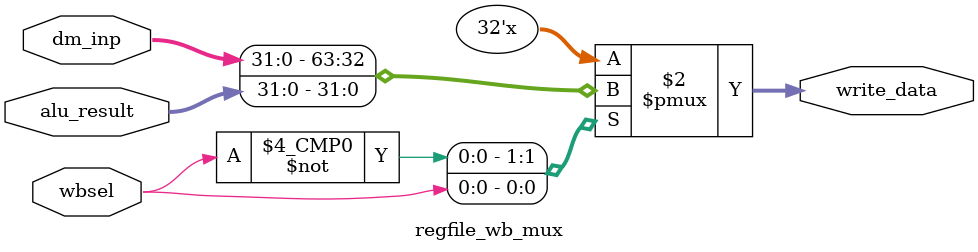
<source format=v>
module regfile_wb_mux(
input [31:0] dm_inp,
input [31:0] alu_result,
input wbsel,
output reg [31:0] write_data
);

always @(*)
begin
  case(wbsel)
   1'b0: write_data = dm_inp;
   1'b1: write_data = alu_result;
  endcase 
end 

endmodule 
</source>
